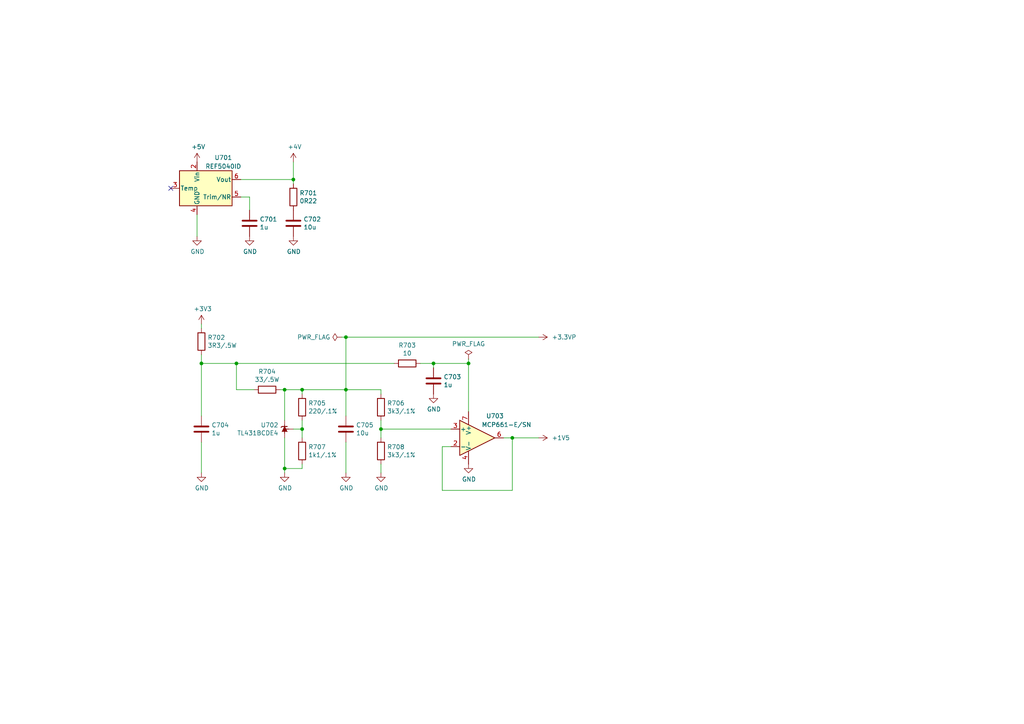
<source format=kicad_sch>
(kicad_sch (version 20231120) (generator "eeschema") (generator_version "8.0")
  (paper "A4")
  (lib_symbols
    (symbol "Device:C" (pin_numbers hide) (pin_names (offset 0.254))
      (property "Reference" "C" (at 0.635 2.54 0))
      (property "Value" "C" (at 0.635 -2.54 0))
      (symbol "C_0_1"
        (polyline (pts (xy -2.032 -0.762) (xy 2.032 -0.762)) (stroke (width 0.508)))
        (polyline (pts (xy -2.032 0.762) (xy 2.032 0.762)) (stroke (width 0.508)))
      )
      (symbol "C_1_1"
        (pin passive line (at 0 3.81 270) (length 2.794) (name "~") (number "1"))
        (pin passive line (at 0 -3.81 90) (length 2.794) (name "~") (number "2"))
      )
    )
    (symbol "Device:R" (pin_numbers hide) (pin_names (offset 0))
      (property "Reference" "R" (at 2.032 0 90))
      (property "Value" "R" (at 0 0 90))
      (symbol "R_0_1"
        (rectangle (start -1.016 -2.54) (end 1.016 2.54) (stroke (width 0.254)))
      )
      (symbol "R_1_1"
        (pin passive line (at 0 3.81 270) (length 1.27) (name "~") (number "1"))
        (pin passive line (at 0 -3.81 90) (length 1.27) (name "~") (number "2"))
      )
    )
    (symbol "ETH1CLCR2:MCP661" (pin_names (offset 0.127))
      (property "Reference" "U" (at 2.54 6.35 0))
      (property "Value" "MCP661" (at 2.54 3.81 0))
      (symbol "MCP661_0_1"
        (polyline (pts (xy -3.81 5.08) (xy 6.35 0) (xy -3.81 -5.08) (xy -3.81 5.08)) (stroke (width 0.254)) (fill (type background)))
      )
      (symbol "MCP661_1_1"
        (pin no_connect non_logic (at -3.81 0 0) (length 0) hide (name "NC") (number "1"))
        (pin input line (at -6.35 -2.54 0) (length 2.54) (name "-") (number "2"))
        (pin input line (at -6.35 2.54 0) (length 2.54) (name "+") (number "3"))
        (pin power_in line (at -1.27 -7.62 90) (length 3.81) (name "V-") (number "4"))
        (pin no_connect non_logic (at 1.27 -2.54 90) (length 0) hide (name "NC") (number "5"))
        (pin output line (at 8.89 0 180) (length 2.54) (name "~") (number "6"))
        (pin power_in line (at -1.27 7.62 270) (length 3.81) (name "V+") (number "7"))
        (pin no_connect non_logic (at 1.27 2.54 270) (length 0) hide (name "NC") (number "8"))
      )
    )
    (symbol "Reference_Voltage:REF5040ID" (pin_names (offset 0.254))
      (property "Reference" "U" (at -1.27 8.255 0))
      (property "Value" "REF5040ID" (at -1.27 6.35 0))
      (symbol "REF5040ID_0_1"
        (rectangle (start -7.62 5.08) (end 7.62 -5.08) (stroke (width 0.254)) (fill (type background)))
      )
      (symbol "REF5040ID_1_1"
        (pin no_connect line (at -7.62 2.54 0) (length 2.54) hide (name "DNC") (number "1"))
        (pin power_in line (at -2.54 7.62 270) (length 2.54) (name "Vin") (number "2"))
        (pin passive line (at -10.16 0 0) (length 2.54) (name "Temp") (number "3"))
        (pin power_in line (at -2.54 -7.62 90) (length 2.54) (name "GND") (number "4"))
        (pin passive line (at 10.16 -2.54 180) (length 2.54) (name "Trim/NR") (number "5"))
        (pin power_out line (at 10.16 2.54 180) (length 2.54) (name "Vout") (number "6"))
        (pin no_connect line (at -5.08 -5.08 90) (length 2.54) hide (name "NC") (number "7"))
        (pin no_connect line (at 7.62 0 180) (length 2.54) hide (name "DNC") (number "8"))
      )
    )
    (symbol "Reference_Voltage:TL431D" (pin_numbers hide) (pin_names hide)
      (property "Reference" "U" (at 0 -2.54 0))
      (property "Value" "TL431D" (at 0 -4.445 0))
      (symbol "TL431D_0_1"
        (polyline (pts (xy -1.27 0) (xy 0 0) (xy 1.27 0)))
        (polyline (pts (xy -0.762 0.762) (xy 0.762 0) (xy -0.762 -0.762)) (fill (type outline)))
        (polyline (pts (xy 0.508 -1.016) (xy 0.762 -0.762) (xy 0.762 0.762) (xy 0.762 0.762)) (stroke (width 0.254)))
      )
      (symbol "TL431D_1_1"
        (polyline (pts (xy 0 1.27) (xy 0 0)))
        (pin passive line (at 2.54 0 180) (length 2.54) (name "K") (number "1"))
        (pin passive line (at -2.54 0 0) (length 2.54) (name "A") (number "2"))
        (pin passive line (at -2.54 0 0) (length 2.54) hide (name "A") (number "3"))
        (pin passive line (at -2.54 0 0) (length 2.54) hide (name "A") (number "6"))
        (pin passive line (at -2.54 0 0) (length 2.54) hide (name "A") (number "7"))
        (pin passive line (at 0 2.54 270) (length 2.54) (name "REF") (number "8"))
      )
    )
    (symbol "power:+1V5" (power) (pin_names (offset 0))
      (property "Value" "+1V5" (at 0 3.556 0))
      (symbol "+1V5_0_1"
        (polyline (pts (xy -0.762 1.27) (xy 0 2.54)))
        (polyline (pts (xy 0 0) (xy 0 2.54)))
        (polyline (pts (xy 0 2.54) (xy 0.762 1.27)))
      )
      (symbol "+1V5_1_1"
        (pin power_in line (at 0 0 90) (length 0) hide (name "+1V5") (number "1"))
      )
    )
    (symbol "power:+3.3V" (power) (pin_names (offset 0))
      (property "Value" "+3.3V" (at 0 3.556 0))
      (symbol "+3.3V_0_1"
        (polyline (pts (xy -0.762 1.27) (xy 0 2.54)))
        (polyline (pts (xy 0 0) (xy 0 2.54)))
        (polyline (pts (xy 0 2.54) (xy 0.762 1.27)))
      )
      (symbol "+3.3V_1_1"
        (pin power_in line (at 0 0 90) (length 0) hide (name "+3V3") (number "1"))
      )
    )
    (symbol "power:+3.3VP" (power) (pin_names (offset 0))
      (property "Value" "+3.3VP" (at 0 2.54 0))
      (symbol "+3.3VP_0_0"
        (pin power_in line (at 0 0 90) (length 0) hide (name "+3.3VP") (number "1"))
      )
      (symbol "+3.3VP_0_1"
        (polyline (pts (xy -0.762 1.27) (xy 0 2.54)))
        (polyline (pts (xy 0 0) (xy 0 2.54)))
        (polyline (pts (xy 0 2.54) (xy 0.762 1.27)))
      )
    )
    (symbol "power:+4V" (power) (pin_names (offset 0))
      (property "Value" "+4V" (at 0 3.556 0))
      (symbol "+4V_0_1"
        (polyline (pts (xy -0.762 1.27) (xy 0 2.54)))
        (polyline (pts (xy 0 0) (xy 0 2.54)))
        (polyline (pts (xy 0 2.54) (xy 0.762 1.27)))
      )
      (symbol "+4V_1_1"
        (pin power_in line (at 0 0 90) (length 0) hide (name "+4V") (number "1"))
      )
    )
    (symbol "power:+5V" (power) (pin_names (offset 0))
      (property "Value" "+5V" (at 0 3.556 0))
      (symbol "+5V_0_1"
        (polyline (pts (xy -0.762 1.27) (xy 0 2.54)))
        (polyline (pts (xy 0 0) (xy 0 2.54)))
        (polyline (pts (xy 0 2.54) (xy 0.762 1.27)))
      )
      (symbol "+5V_1_1"
        (pin power_in line (at 0 0 90) (length 0) hide (name "+5V") (number "1"))
      )
    )
    (symbol "power:GND" (power) (pin_names (offset 0))
      (property "Value" "GND" (at 0 -3.81 0))
      (symbol "GND_0_1"
        (polyline (pts (xy 0 0) (xy 0 -1.27) (xy 1.27 -1.27) (xy 0 -2.54) (xy -1.27 -1.27) (xy 0 -1.27)))
      )
      (symbol "GND_1_1"
        (pin power_in line (at 0 0 270) (length 0) hide (name "GND") (number "1"))
      )
    )
    (symbol "power:PWR_FLAG" (power) (pin_numbers hide) (pin_names (offset 0) hide)
      (property "Value" "PWR_FLAG" (at 0 3.81 0))
      (symbol "PWR_FLAG_0_0"
        (pin power_out line (at 0 0 90) (length 0) (name "pwr") (number "1"))
      )
      (symbol "PWR_FLAG_0_1"
        (polyline (pts (xy 0 0) (xy 0 1.27) (xy -1.016 1.905) (xy 0 2.54) (xy 1.016 1.905) (xy 0 1.27)))
      )
    )
  )
  (junction (at 82.55 135.89))
  (junction (at 125.73 105.41))
  (junction (at 100.33 97.79))
  (junction (at 148.59 127))
  (junction (at 87.63 124.46))
  (junction (at 87.63 113.03))
  (junction (at 100.33 113.03))
  (junction (at 82.55 113.03))
  (junction (at 135.89 105.41))
  (junction (at 68.58 105.41))
  (junction (at 85.09 52.07))
  (junction (at 110.49 124.46))
  (junction (at 58.42 105.41))
  (no_connect (at 49.53 54.61))
  (wire (pts (xy 110.49 137.16) (xy 110.49 134.62)))
  (wire (pts (xy 148.59 127) (xy 146.05 127)))
  (wire (pts (xy 135.89 104.14) (xy 135.89 105.41)))
  (wire (pts (xy 82.55 113.03) (xy 87.63 113.03)))
  (wire (pts (xy 110.49 121.92) (xy 110.49 124.46)))
  (wire (pts (xy 81.28 113.03) (xy 82.55 113.03)))
  (wire (pts (xy 58.42 102.87) (xy 58.42 105.41)))
  (wire (pts (xy 85.09 46.99) (xy 85.09 52.07)))
  (wire (pts (xy 85.09 52.07) (xy 85.09 53.34)))
  (wire (pts (xy 99.06 97.79) (xy 100.33 97.79)))
  (wire (pts (xy 100.33 120.65) (xy 100.33 113.03)))
  (wire (pts (xy 82.55 135.89) (xy 82.55 127)))
  (wire (pts (xy 135.89 105.41) (xy 135.89 119.38)))
  (wire (pts (xy 82.55 121.92) (xy 82.55 113.03)))
  (wire (pts (xy 87.63 135.89) (xy 82.55 135.89)))
  (wire (pts (xy 110.49 114.3) (xy 110.49 113.03)))
  (wire (pts (xy 73.66 113.03) (xy 68.58 113.03)))
  (wire (pts (xy 121.92 105.41) (xy 125.73 105.41)))
  (wire (pts (xy 58.42 105.41) (xy 68.58 105.41)))
  (wire (pts (xy 69.85 52.07) (xy 85.09 52.07)))
  (wire (pts (xy 100.33 97.79) (xy 156.21 97.79)))
  (wire (pts (xy 58.42 93.98) (xy 58.42 95.25)))
  (wire (pts (xy 82.55 137.16) (xy 82.55 135.89)))
  (wire (pts (xy 68.58 113.03) (xy 68.58 105.41)))
  (wire (pts (xy 85.09 124.46) (xy 87.63 124.46)))
  (wire (pts (xy 72.39 57.15) (xy 69.85 57.15)))
  (wire (pts (xy 68.58 105.41) (xy 114.3 105.41)))
  (wire (pts (xy 100.33 113.03) (xy 110.49 113.03)))
  (wire (pts (xy 130.81 124.46) (xy 110.49 124.46)))
  (wire (pts (xy 87.63 113.03) (xy 87.63 114.3)))
  (wire (pts (xy 110.49 124.46) (xy 110.49 127)))
  (wire (pts (xy 130.81 129.54) (xy 128.27 129.54)))
  (wire (pts (xy 125.73 105.41) (xy 135.89 105.41)))
  (wire (pts (xy 87.63 124.46) (xy 87.63 127)))
  (wire (pts (xy 100.33 113.03) (xy 87.63 113.03)))
  (wire (pts (xy 148.59 142.24) (xy 148.59 127)))
  (wire (pts (xy 148.59 127) (xy 156.21 127)))
  (wire (pts (xy 58.42 137.16) (xy 58.42 128.27)))
  (wire (pts (xy 100.33 128.27) (xy 100.33 137.16)))
  (wire (pts (xy 58.42 120.65) (xy 58.42 105.41)))
  (wire (pts (xy 100.33 113.03) (xy 100.33 97.79)))
  (wire (pts (xy 72.39 57.15) (xy 72.39 60.96)))
  (wire (pts (xy 57.15 68.58) (xy 57.15 62.23)))
  (wire (pts (xy 128.27 129.54) (xy 128.27 142.24)))
  (wire (pts (xy 125.73 106.68) (xy 125.73 105.41)))
  (wire (pts (xy 87.63 124.46) (xy 87.63 121.92)))
  (wire (pts (xy 128.27 142.24) (xy 148.59 142.24)))
  (wire (pts (xy 87.63 134.62) (xy 87.63 135.89)))
  (symbol (lib_id "power:+3.3VP") (at 156.21 97.79 270) (unit 1)
    (property "Reference" "#PWR0707" (effects (hide yes)))
    (property "Value" "+3.3VP" (at 160.02 97.79 90) (effects (justify left)))
  )
  (symbol (lib_id "ETH1CLCR2:MCP661") (at 137.16 127 0) (unit 1)
    (property "Reference" "U703" (at 140.97 120.65 0) (effects (justify left)))
    (property "Value" "MCP661-E/SN" (at 139.7 123.19 0) (effects (justify left)))
    (property "Footprint" "Package_SO:SOIC-8_3.9x4.9mm_P1.27mm" (effects (hide yes)))
  )
  (symbol (lib_id "Reference_Voltage:REF5040ID") (at 59.69 54.61 0) (unit 1)
    (property "Reference" "U701" (at 64.77 45.72 0))
    (property "Value" "REF5040ID" (at 64.77 48.26 0))
    (property "Footprint" "Package_SO:SOIC-8_3.9x4.9mm_P1.27mm" (effects (hide yes)))
    (property "Datasheet" "http://www.ti.com/lit/ds/symlink/ref5030.pdf" (effects (hide yes)))
  )
  (symbol (lib_id "power:GND") (at 57.15 68.58 0) (unit 1)
    (property "Reference" "#PWR0703" (effects (hide yes)))
    (property "Value" "GND" (at 57.277 72.9742 0))
  )
  (symbol (lib_id "power:+5V") (at 57.15 46.99 0) (unit 1)
    (property "Reference" "#PWR0701" (effects (hide yes)))
    (property "Value" "+5V" (at 57.531 42.5958 0))
  )
  (symbol (lib_id "Device:C") (at 72.39 64.77 0) (unit 1)
    (property "Reference" "C701" (at 75.311 63.6016 0) (effects (justify left)))
    (property "Value" "1u" (at 75.311 65.913 0) (effects (justify left)))
    (property "Footprint" "Capacitor_SMD:C_0603_1608Metric_Pad1.08x0.95mm_HandSolder" (effects (hide yes)))
  )
  (symbol (lib_id "Device:C") (at 85.09 64.77 0) (unit 1)
    (property "Reference" "C702" (at 88.011 63.6016 0) (effects (justify left)))
    (property "Value" "10u" (at 88.011 65.913 0) (effects (justify left)))
    (property "Footprint" "Capacitor_SMD:C_0805_2012Metric_Pad1.18x1.45mm_HandSolder" (effects (hide yes)))
  )
  (symbol (lib_id "power:GND") (at 72.39 68.58 0) (unit 1)
    (property "Reference" "#PWR0704" (effects (hide yes)))
    (property "Value" "GND" (at 72.517 72.9742 0))
  )
  (symbol (lib_id "power:GND") (at 85.09 68.58 0) (unit 1)
    (property "Reference" "#PWR0705" (effects (hide yes)))
    (property "Value" "GND" (at 85.217 72.9742 0))
  )
  (symbol (lib_id "Device:R") (at 85.09 57.15 0) (unit 1)
    (property "Reference" "R701" (at 86.868 55.9816 0) (effects (justify left)))
    (property "Value" "0R22" (at 86.868 58.293 0) (effects (justify left)))
    (property "Footprint" "Resistor_SMD:R_0603_1608Metric_Pad0.98x0.95mm_HandSolder" (effects (hide yes)))
  )
  (symbol (lib_id "power:+4V") (at 85.09 46.99 0) (unit 1)
    (property "Reference" "#PWR0702" (effects (hide yes)))
    (property "Value" "+4V" (at 85.471 42.5958 0))
  )
  (symbol (lib_id "Reference_Voltage:TL431D") (at 82.55 124.46 270) (mirror x) (unit 1)
    (property "Reference" "U702" (at 80.772 123.2916 90) (effects (justify right)))
    (property "Value" "TL431BCDE4" (at 80.772 125.603 90) (effects (justify right)))
    (property "Footprint" "Package_SO:SOIC-8_3.9x4.9mm_P1.27mm" (effects (hide yes)))
    (property "Datasheet" "http://www.ti.com/lit/ds/symlink/tl431.pdf" (effects (hide yes)))
  )
  (symbol (lib_id "Device:R") (at 87.63 118.11 0) (unit 1)
    (property "Reference" "R705" (at 89.408 116.9416 0) (effects (justify left)))
    (property "Value" "220/.1%" (at 89.408 119.253 0) (effects (justify left)))
    (property "Footprint" "Resistor_SMD:R_0603_1608Metric_Pad0.98x0.95mm_HandSolder" (effects (hide yes)))
  )
  (symbol (lib_id "Device:R") (at 87.63 130.81 0) (unit 1)
    (property "Reference" "R707" (at 89.408 129.6416 0) (effects (justify left)))
    (property "Value" "1k1/.1%" (at 89.408 131.953 0) (effects (justify left)))
    (property "Footprint" "Resistor_SMD:R_0603_1608Metric_Pad0.98x0.95mm_HandSolder" (effects (hide yes)))
  )
  (symbol (lib_id "power:GND") (at 82.55 137.16 0) (unit 1)
    (property "Reference" "#PWR0712" (effects (hide yes)))
    (property "Value" "GND" (at 82.677 141.5542 0))
  )
  (symbol (lib_id "Device:C") (at 100.33 124.46 0) (unit 1)
    (property "Reference" "C705" (at 103.251 123.2916 0) (effects (justify left)))
    (property "Value" "10u" (at 103.251 125.603 0) (effects (justify left)))
    (property "Footprint" "Capacitor_SMD:C_0805_2012Metric_Pad1.18x1.45mm_HandSolder" (effects (hide yes)))
  )
  (symbol (lib_id "Device:R") (at 110.49 118.11 0) (unit 1)
    (property "Reference" "R706" (at 112.268 116.9416 0) (effects (justify left)))
    (property "Value" "3k3/.1%" (at 112.268 119.253 0) (effects (justify left)))
    (property "Footprint" "Resistor_SMD:R_0603_1608Metric_Pad0.98x0.95mm_HandSolder" (effects (hide yes)))
  )
  (symbol (lib_id "power:GND") (at 110.49 137.16 0) (unit 1)
    (property "Reference" "#PWR0714" (effects (hide yes)))
    (property "Value" "GND" (at 110.617 141.5542 0))
  )
  (symbol (lib_id "Device:R") (at 110.49 130.81 0) (unit 1)
    (property "Reference" "R708" (at 112.268 129.6416 0) (effects (justify left)))
    (property "Value" "3k3/.1%" (at 112.268 131.953 0) (effects (justify left)))
    (property "Footprint" "Resistor_SMD:R_0603_1608Metric_Pad0.98x0.95mm_HandSolder" (effects (hide yes)))
  )
  (symbol (lib_id "Device:R") (at 77.47 113.03 270) (unit 1)
    (property "Reference" "R704" (at 77.47 107.7722 90))
    (property "Value" "33/.5W" (at 77.47 110.0836 90))
    (property "Footprint" "Resistor_SMD:R_1206_3216Metric_Pad1.30x1.75mm_HandSolder" (effects (hide yes)))
  )
  (symbol (lib_id "power:GND") (at 100.33 137.16 0) (unit 1)
    (property "Reference" "#PWR0713" (effects (hide yes)))
    (property "Value" "GND" (at 100.457 141.5542 0))
  )
  (symbol (lib_id "Device:C") (at 58.42 124.46 0) (unit 1)
    (property "Reference" "C704" (at 61.341 123.2916 0) (effects (justify left)))
    (property "Value" "1u" (at 61.341 125.603 0) (effects (justify left)))
    (property "Footprint" "Capacitor_SMD:C_0603_1608Metric_Pad1.08x0.95mm_HandSolder" (effects (hide yes)))
  )
  (symbol (lib_id "power:GND") (at 58.42 137.16 0) (unit 1)
    (property "Reference" "#PWR0711" (effects (hide yes)))
    (property "Value" "GND" (at 58.547 141.5542 0))
  )
  (symbol (lib_id "Device:R") (at 58.42 99.06 0) (unit 1)
    (property "Reference" "R702" (at 60.198 97.8916 0) (effects (justify left)))
    (property "Value" "3R3/.5W" (at 60.198 100.203 0) (effects (justify left)))
    (property "Footprint" "Resistor_SMD:R_1206_3216Metric_Pad1.30x1.75mm_HandSolder" (effects (hide yes)))
  )
  (symbol (lib_id "power:+3.3V") (at 58.42 93.98 0) (unit 1)
    (property "Reference" "#PWR0706" (effects (hide yes)))
    (property "Value" "+3V3" (at 58.801 89.5858 0))
  )
  (symbol (lib_id "power:GND") (at 135.89 134.62 0) (unit 1)
    (property "Reference" "#PWR0710" (effects (hide yes)))
    (property "Value" "GND" (at 136.017 139.0142 0))
  )
  (symbol (lib_id "Device:R") (at 118.11 105.41 270) (unit 1)
    (property "Reference" "R703" (at 118.11 100.1522 90))
    (property "Value" "10" (at 118.11 102.4636 90))
    (property "Footprint" "Resistor_SMD:R_0603_1608Metric_Pad0.98x0.95mm_HandSolder" (effects (hide yes)))
  )
  (symbol (lib_id "Device:C") (at 125.73 110.49 0) (unit 1)
    (property "Reference" "C703" (at 128.651 109.3216 0) (effects (justify left)))
    (property "Value" "1u" (at 128.651 111.633 0) (effects (justify left)))
    (property "Footprint" "Capacitor_SMD:C_0603_1608Metric_Pad1.08x0.95mm_HandSolder" (effects (hide yes)))
  )
  (symbol (lib_id "power:GND") (at 125.73 114.3 0) (unit 1)
    (property "Reference" "#PWR0708" (effects (hide yes)))
    (property "Value" "GND" (at 125.857 118.6942 0))
  )
  (symbol (lib_id "power:+1V5") (at 156.21 127 270) (unit 1)
    (property "Reference" "#PWR0709" (effects (hide yes)))
    (property "Value" "+1V5" (at 160.02 127 90) (effects (justify left)))
  )
  (symbol (lib_id "power:PWR_FLAG") (at 135.89 104.14 0) (unit 1)
    (property "Reference" "#FLG0702" (effects (hide yes)))
    (property "Value" "PWR_FLAG" (at 135.89 99.7458 0))
  )
  (symbol (lib_id "power:PWR_FLAG") (at 99.06 97.79 90) (unit 1)
    (property "Reference" "#FLG0701" (effects (hide yes)))
    (property "Value" "PWR_FLAG" (at 95.8342 97.79 90) (effects (justify left)))
  )
)
</source>
